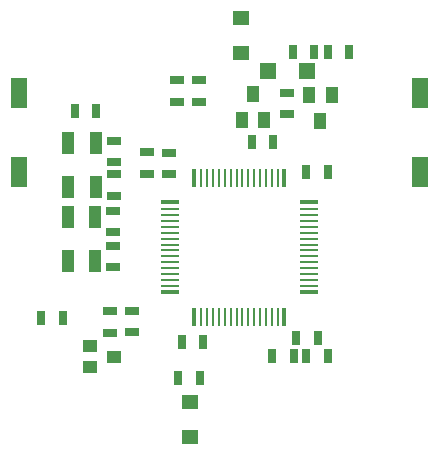
<source format=gtp>
G75*
%MOIN*%
%OFA0B0*%
%FSLAX25Y25*%
%IPPOS*%
%LPD*%
%AMOC8*
5,1,8,0,0,1.08239X$1,22.5*
%
%ADD10R,0.03150X0.04724*%
%ADD11R,0.04724X0.03150*%
%ADD12R,0.05500X0.05500*%
%ADD13R,0.05512X0.04724*%
%ADD14R,0.03937X0.05512*%
%ADD15R,0.04500X0.04000*%
%ADD16R,0.05906X0.01575*%
%ADD17R,0.05906X0.01102*%
%ADD18R,0.01575X0.05906*%
%ADD19R,0.01102X0.05906*%
%ADD20R,0.04331X0.07480*%
%ADD21R,0.05512X0.10433*%
D10*
X0021272Y0050571D03*
X0028359Y0050571D03*
X0066942Y0030571D03*
X0074028Y0030571D03*
X0075288Y0042421D03*
X0068202Y0042421D03*
X0098241Y0037815D03*
X0105328Y0037815D03*
X0109619Y0037894D03*
X0106272Y0043957D03*
X0113359Y0043957D03*
X0116706Y0037894D03*
X0116666Y0099154D03*
X0109580Y0099154D03*
X0098477Y0109311D03*
X0091391Y0109311D03*
X0105013Y0139311D03*
X0112099Y0139311D03*
X0116824Y0139075D03*
X0123910Y0139075D03*
X0039422Y0119469D03*
X0032335Y0119469D03*
D11*
X0045367Y0109626D03*
X0045367Y0102539D03*
X0045485Y0098406D03*
X0045485Y0091319D03*
X0044973Y0086122D03*
X0044973Y0079035D03*
X0045052Y0074508D03*
X0045052Y0067421D03*
X0044028Y0052736D03*
X0044028Y0045650D03*
X0051391Y0045768D03*
X0051391Y0052854D03*
X0056627Y0098642D03*
X0056627Y0105728D03*
X0063713Y0105610D03*
X0063713Y0098524D03*
X0066587Y0122618D03*
X0066587Y0129705D03*
X0073831Y0129705D03*
X0073831Y0122618D03*
X0103162Y0125492D03*
X0103162Y0118406D03*
D12*
X0096741Y0132972D03*
X0109741Y0132972D03*
D13*
X0087808Y0138799D03*
X0087808Y0150610D03*
X0070682Y0022618D03*
X0070682Y0010807D03*
D14*
X0088044Y0116516D03*
X0095524Y0116516D03*
X0091784Y0125177D03*
X0110524Y0124941D03*
X0118005Y0124941D03*
X0114265Y0116280D03*
D15*
X0037312Y0034118D03*
X0037312Y0041118D03*
X0045312Y0037618D03*
D16*
X0064068Y0058996D03*
X0064068Y0088996D03*
X0110524Y0088996D03*
X0110524Y0058996D03*
D17*
X0110524Y0061201D03*
X0110524Y0063169D03*
X0110524Y0065138D03*
X0110524Y0067106D03*
X0110524Y0069075D03*
X0110524Y0071043D03*
X0110524Y0073012D03*
X0110524Y0074980D03*
X0110524Y0076949D03*
X0110524Y0078917D03*
X0110524Y0080886D03*
X0110524Y0082854D03*
X0110524Y0084823D03*
X0110524Y0086791D03*
X0064068Y0086791D03*
X0064068Y0084823D03*
X0064068Y0082854D03*
X0064068Y0080886D03*
X0064068Y0078917D03*
X0064068Y0076949D03*
X0064068Y0074980D03*
X0064068Y0073012D03*
X0064068Y0071043D03*
X0064068Y0069075D03*
X0064068Y0067106D03*
X0064068Y0065138D03*
X0064068Y0063169D03*
X0064068Y0061201D03*
D18*
X0072296Y0050768D03*
X0102296Y0050768D03*
X0102296Y0097224D03*
X0072296Y0097224D03*
D19*
X0074501Y0097224D03*
X0076469Y0097224D03*
X0078438Y0097224D03*
X0080406Y0097224D03*
X0082375Y0097224D03*
X0084343Y0097224D03*
X0086312Y0097224D03*
X0088280Y0097224D03*
X0090249Y0097224D03*
X0092217Y0097224D03*
X0094186Y0097224D03*
X0096154Y0097224D03*
X0098123Y0097224D03*
X0100091Y0097224D03*
X0100091Y0050768D03*
X0098123Y0050768D03*
X0096154Y0050768D03*
X0094186Y0050768D03*
X0092217Y0050768D03*
X0090249Y0050768D03*
X0088280Y0050768D03*
X0086312Y0050768D03*
X0084343Y0050768D03*
X0082375Y0050768D03*
X0080406Y0050768D03*
X0078438Y0050768D03*
X0076469Y0050768D03*
X0074501Y0050768D03*
D20*
X0039225Y0069547D03*
X0030170Y0069547D03*
X0030170Y0084114D03*
X0039225Y0084114D03*
X0039343Y0094154D03*
X0030288Y0094154D03*
X0030288Y0108720D03*
X0039343Y0108720D03*
D21*
X0013713Y0099291D03*
X0013713Y0125472D03*
X0147572Y0125472D03*
X0147572Y0099291D03*
M02*

</source>
